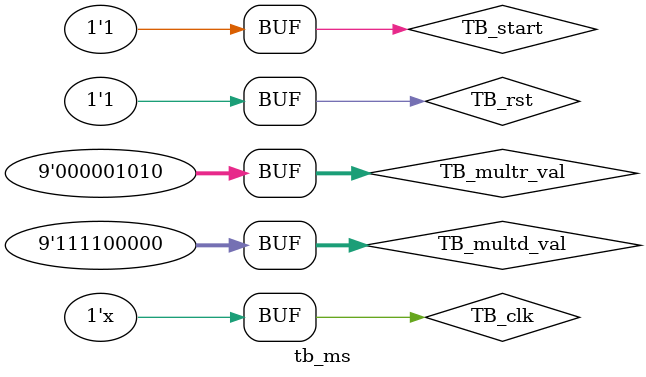
<source format=sv>
module tb_ms#(
	parameter DW = 9 
	)();
	bit 			TB_clk =0;
	bit 			TB_rst;
	bit 			TB_start;
	logic  [DW-1:0] TB_multd_val; //[DW-1:0]
	logic  [DW-1:0] TB_multr_val; //[DW-1:0]

	logic	[16:0]	TB_leds;
	logic 	 		TB_ready;

	logic			TB_o_clk;


	ms_mult TB_simulation(
	.i_clk(TB_clk),
	.i_rst(TB_rst),
	.i_start(TB_start),
	.i_sw({TB_multd_val,TB_multr_val}),

	.o_led(TB_leds),
	.o_ready(TB_ready)
	

	);

	always #1 TB_clk <= ~TB_clk;

	initial begin
	    TB_rst    	 = 0;       #2;
	    TB_rst   	 = 1;       #3;

	    TB_multd_val = 21; 	
	    TB_multr_val = 14; 		#8;
 
	    TB_start 	 = 0;       #2;
	    TB_start  	 = 1;       #20;


	    TB_multd_val = 20; 	
	    TB_multr_val = -1; 		#8;
 
	    TB_start 	 = 0;       #2;
	    TB_start  	 = 1;       #20;


	    TB_multd_val = 32; 	
	    TB_multr_val = 100; 	#8;
 
	    TB_start 	 = 0;       #2;
	    TB_start  	 = 1;       #20;


	    TB_multd_val = -32; 	
	    TB_multr_val = 10; 		#8;
 
	    TB_start 	 = 0;       #2;
	    TB_start  	 = 1;       #20;
	end



endmodule // tb_ms
</source>
